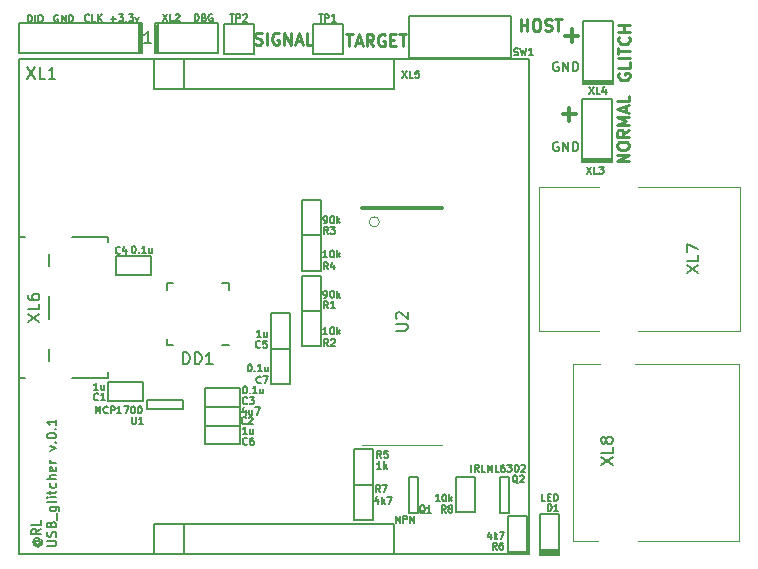
<source format=gbr>
G04 #@! TF.FileFunction,Legend,Top*
%FSLAX46Y46*%
G04 Gerber Fmt 4.6, Leading zero omitted, Abs format (unit mm)*
G04 Created by KiCad (PCBNEW 4.0.2-stable) date 29/05/2019 20:06:32*
%MOMM*%
G01*
G04 APERTURE LIST*
%ADD10C,0.100000*%
%ADD11C,0.200000*%
%ADD12C,0.300000*%
%ADD13C,0.250000*%
%ADD14C,0.150000*%
%ADD15C,0.127000*%
%ADD16C,0.120000*%
%ADD17C,0.149860*%
G04 APERTURE END LIST*
D10*
D11*
X187540477Y-63600000D02*
X187464286Y-63561905D01*
X187350001Y-63561905D01*
X187235715Y-63600000D01*
X187159524Y-63676190D01*
X187121429Y-63752381D01*
X187083334Y-63904762D01*
X187083334Y-64019048D01*
X187121429Y-64171429D01*
X187159524Y-64247619D01*
X187235715Y-64323810D01*
X187350001Y-64361905D01*
X187426191Y-64361905D01*
X187540477Y-64323810D01*
X187578572Y-64285714D01*
X187578572Y-64019048D01*
X187426191Y-64019048D01*
X187921429Y-64361905D02*
X187921429Y-63561905D01*
X188378572Y-64361905D01*
X188378572Y-63561905D01*
X188759524Y-64361905D02*
X188759524Y-63561905D01*
X188950000Y-63561905D01*
X189064286Y-63600000D01*
X189140477Y-63676190D01*
X189178572Y-63752381D01*
X189216667Y-63904762D01*
X189216667Y-64019048D01*
X189178572Y-64171429D01*
X189140477Y-64247619D01*
X189064286Y-64323810D01*
X188950000Y-64361905D01*
X188759524Y-64361905D01*
D12*
X187903572Y-61257143D02*
X189046429Y-61257143D01*
X188475000Y-61828571D02*
X188475000Y-60685714D01*
D11*
X187540477Y-56850000D02*
X187464286Y-56811905D01*
X187350001Y-56811905D01*
X187235715Y-56850000D01*
X187159524Y-56926190D01*
X187121429Y-57002381D01*
X187083334Y-57154762D01*
X187083334Y-57269048D01*
X187121429Y-57421429D01*
X187159524Y-57497619D01*
X187235715Y-57573810D01*
X187350001Y-57611905D01*
X187426191Y-57611905D01*
X187540477Y-57573810D01*
X187578572Y-57535714D01*
X187578572Y-57269048D01*
X187426191Y-57269048D01*
X187921429Y-57611905D02*
X187921429Y-56811905D01*
X188378572Y-57611905D01*
X188378572Y-56811905D01*
X188759524Y-57611905D02*
X188759524Y-56811905D01*
X188950000Y-56811905D01*
X189064286Y-56850000D01*
X189140477Y-56926190D01*
X189178572Y-57002381D01*
X189216667Y-57154762D01*
X189216667Y-57269048D01*
X189178572Y-57421429D01*
X189140477Y-57497619D01*
X189064286Y-57573810D01*
X188950000Y-57611905D01*
X188759524Y-57611905D01*
D12*
X188103572Y-54582143D02*
X189246429Y-54582143D01*
X188675000Y-55153571D02*
X188675000Y-54010714D01*
D11*
X143335952Y-97339286D02*
X143297857Y-97377381D01*
X143259762Y-97453571D01*
X143259762Y-97529762D01*
X143297857Y-97605952D01*
X143335952Y-97644048D01*
X143412143Y-97682143D01*
X143488333Y-97682143D01*
X143564524Y-97644048D01*
X143602619Y-97605952D01*
X143640714Y-97529762D01*
X143640714Y-97453571D01*
X143602619Y-97377381D01*
X143564524Y-97339286D01*
X143259762Y-97339286D02*
X143564524Y-97339286D01*
X143602619Y-97301190D01*
X143602619Y-97263095D01*
X143564524Y-97186905D01*
X143488333Y-97148810D01*
X143297857Y-97148810D01*
X143183571Y-97225000D01*
X143107381Y-97339286D01*
X143069286Y-97491667D01*
X143107381Y-97644048D01*
X143183571Y-97758333D01*
X143297857Y-97834524D01*
X143450238Y-97872619D01*
X143602619Y-97834524D01*
X143716905Y-97758333D01*
X143793095Y-97644048D01*
X143831190Y-97491667D01*
X143793095Y-97339286D01*
X143716905Y-97225000D01*
X143716905Y-96348810D02*
X143335952Y-96615477D01*
X143716905Y-96805953D02*
X142916905Y-96805953D01*
X142916905Y-96501191D01*
X142955000Y-96425000D01*
X142993095Y-96386905D01*
X143069286Y-96348810D01*
X143183571Y-96348810D01*
X143259762Y-96386905D01*
X143297857Y-96425000D01*
X143335952Y-96501191D01*
X143335952Y-96805953D01*
X143716905Y-95625000D02*
X143716905Y-96005953D01*
X142916905Y-96005953D01*
X144236905Y-97834524D02*
X144884524Y-97834524D01*
X144960714Y-97796429D01*
X144998810Y-97758333D01*
X145036905Y-97682143D01*
X145036905Y-97529762D01*
X144998810Y-97453571D01*
X144960714Y-97415476D01*
X144884524Y-97377381D01*
X144236905Y-97377381D01*
X144998810Y-97034524D02*
X145036905Y-96920238D01*
X145036905Y-96729762D01*
X144998810Y-96653572D01*
X144960714Y-96615476D01*
X144884524Y-96577381D01*
X144808333Y-96577381D01*
X144732143Y-96615476D01*
X144694048Y-96653572D01*
X144655952Y-96729762D01*
X144617857Y-96882143D01*
X144579762Y-96958334D01*
X144541667Y-96996429D01*
X144465476Y-97034524D01*
X144389286Y-97034524D01*
X144313095Y-96996429D01*
X144275000Y-96958334D01*
X144236905Y-96882143D01*
X144236905Y-96691667D01*
X144275000Y-96577381D01*
X144617857Y-95967857D02*
X144655952Y-95853571D01*
X144694048Y-95815476D01*
X144770238Y-95777381D01*
X144884524Y-95777381D01*
X144960714Y-95815476D01*
X144998810Y-95853571D01*
X145036905Y-95929762D01*
X145036905Y-96234524D01*
X144236905Y-96234524D01*
X144236905Y-95967857D01*
X144275000Y-95891667D01*
X144313095Y-95853571D01*
X144389286Y-95815476D01*
X144465476Y-95815476D01*
X144541667Y-95853571D01*
X144579762Y-95891667D01*
X144617857Y-95967857D01*
X144617857Y-96234524D01*
X145113095Y-95625000D02*
X145113095Y-95015476D01*
X144503571Y-94482143D02*
X145151190Y-94482143D01*
X145227381Y-94520238D01*
X145265476Y-94558333D01*
X145303571Y-94634524D01*
X145303571Y-94748809D01*
X145265476Y-94825000D01*
X144998810Y-94482143D02*
X145036905Y-94558333D01*
X145036905Y-94710714D01*
X144998810Y-94786905D01*
X144960714Y-94825000D01*
X144884524Y-94863095D01*
X144655952Y-94863095D01*
X144579762Y-94825000D01*
X144541667Y-94786905D01*
X144503571Y-94710714D01*
X144503571Y-94558333D01*
X144541667Y-94482143D01*
X145036905Y-93986904D02*
X144998810Y-94063095D01*
X144922619Y-94101190D01*
X144236905Y-94101190D01*
X145036905Y-93682142D02*
X144503571Y-93682142D01*
X144236905Y-93682142D02*
X144275000Y-93720237D01*
X144313095Y-93682142D01*
X144275000Y-93644047D01*
X144236905Y-93682142D01*
X144313095Y-93682142D01*
X144503571Y-93415476D02*
X144503571Y-93110714D01*
X144236905Y-93301190D02*
X144922619Y-93301190D01*
X144998810Y-93263095D01*
X145036905Y-93186904D01*
X145036905Y-93110714D01*
X144998810Y-92501190D02*
X145036905Y-92577380D01*
X145036905Y-92729761D01*
X144998810Y-92805952D01*
X144960714Y-92844047D01*
X144884524Y-92882142D01*
X144655952Y-92882142D01*
X144579762Y-92844047D01*
X144541667Y-92805952D01*
X144503571Y-92729761D01*
X144503571Y-92577380D01*
X144541667Y-92501190D01*
X145036905Y-92158333D02*
X144236905Y-92158333D01*
X145036905Y-91815476D02*
X144617857Y-91815476D01*
X144541667Y-91853571D01*
X144503571Y-91929761D01*
X144503571Y-92044047D01*
X144541667Y-92120238D01*
X144579762Y-92158333D01*
X144998810Y-91129761D02*
X145036905Y-91205951D01*
X145036905Y-91358332D01*
X144998810Y-91434523D01*
X144922619Y-91472618D01*
X144617857Y-91472618D01*
X144541667Y-91434523D01*
X144503571Y-91358332D01*
X144503571Y-91205951D01*
X144541667Y-91129761D01*
X144617857Y-91091666D01*
X144694048Y-91091666D01*
X144770238Y-91472618D01*
X145036905Y-90748809D02*
X144503571Y-90748809D01*
X144655952Y-90748809D02*
X144579762Y-90710714D01*
X144541667Y-90672618D01*
X144503571Y-90596428D01*
X144503571Y-90520237D01*
X144503571Y-89720237D02*
X145036905Y-89529761D01*
X144503571Y-89339285D01*
X144960714Y-89034523D02*
X144998810Y-88996428D01*
X145036905Y-89034523D01*
X144998810Y-89072618D01*
X144960714Y-89034523D01*
X145036905Y-89034523D01*
X144236905Y-88501190D02*
X144236905Y-88424999D01*
X144275000Y-88348809D01*
X144313095Y-88310714D01*
X144389286Y-88272618D01*
X144541667Y-88234523D01*
X144732143Y-88234523D01*
X144884524Y-88272618D01*
X144960714Y-88310714D01*
X144998810Y-88348809D01*
X145036905Y-88424999D01*
X145036905Y-88501190D01*
X144998810Y-88577380D01*
X144960714Y-88615476D01*
X144884524Y-88653571D01*
X144732143Y-88691666D01*
X144541667Y-88691666D01*
X144389286Y-88653571D01*
X144313095Y-88615476D01*
X144275000Y-88577380D01*
X144236905Y-88501190D01*
X144960714Y-87891666D02*
X144998810Y-87853571D01*
X145036905Y-87891666D01*
X144998810Y-87929761D01*
X144960714Y-87891666D01*
X145036905Y-87891666D01*
X145036905Y-87091666D02*
X145036905Y-87548809D01*
X145036905Y-87320238D02*
X144236905Y-87320238D01*
X144351190Y-87396428D01*
X144427381Y-87472619D01*
X144465476Y-87548809D01*
D13*
X193527381Y-65239286D02*
X192527381Y-65239286D01*
X193527381Y-64667857D01*
X192527381Y-64667857D01*
X192527381Y-64001191D02*
X192527381Y-63810714D01*
X192575000Y-63715476D01*
X192670238Y-63620238D01*
X192860714Y-63572619D01*
X193194048Y-63572619D01*
X193384524Y-63620238D01*
X193479762Y-63715476D01*
X193527381Y-63810714D01*
X193527381Y-64001191D01*
X193479762Y-64096429D01*
X193384524Y-64191667D01*
X193194048Y-64239286D01*
X192860714Y-64239286D01*
X192670238Y-64191667D01*
X192575000Y-64096429D01*
X192527381Y-64001191D01*
X193527381Y-62572619D02*
X193051190Y-62905953D01*
X193527381Y-63144048D02*
X192527381Y-63144048D01*
X192527381Y-62763095D01*
X192575000Y-62667857D01*
X192622619Y-62620238D01*
X192717857Y-62572619D01*
X192860714Y-62572619D01*
X192955952Y-62620238D01*
X193003571Y-62667857D01*
X193051190Y-62763095D01*
X193051190Y-63144048D01*
X193527381Y-62144048D02*
X192527381Y-62144048D01*
X193241667Y-61810714D01*
X192527381Y-61477381D01*
X193527381Y-61477381D01*
X193241667Y-61048810D02*
X193241667Y-60572619D01*
X193527381Y-61144048D02*
X192527381Y-60810715D01*
X193527381Y-60477381D01*
X193527381Y-59667857D02*
X193527381Y-60144048D01*
X192527381Y-60144048D01*
X192650000Y-57785714D02*
X192602381Y-57880952D01*
X192602381Y-58023809D01*
X192650000Y-58166667D01*
X192745238Y-58261905D01*
X192840476Y-58309524D01*
X193030952Y-58357143D01*
X193173810Y-58357143D01*
X193364286Y-58309524D01*
X193459524Y-58261905D01*
X193554762Y-58166667D01*
X193602381Y-58023809D01*
X193602381Y-57928571D01*
X193554762Y-57785714D01*
X193507143Y-57738095D01*
X193173810Y-57738095D01*
X193173810Y-57928571D01*
X193602381Y-56833333D02*
X193602381Y-57309524D01*
X192602381Y-57309524D01*
X193602381Y-56500000D02*
X192602381Y-56500000D01*
X192602381Y-56166667D02*
X192602381Y-55595238D01*
X193602381Y-55880953D02*
X192602381Y-55880953D01*
X193507143Y-54690476D02*
X193554762Y-54738095D01*
X193602381Y-54880952D01*
X193602381Y-54976190D01*
X193554762Y-55119048D01*
X193459524Y-55214286D01*
X193364286Y-55261905D01*
X193173810Y-55309524D01*
X193030952Y-55309524D01*
X192840476Y-55261905D01*
X192745238Y-55214286D01*
X192650000Y-55119048D01*
X192602381Y-54976190D01*
X192602381Y-54880952D01*
X192650000Y-54738095D01*
X192697619Y-54690476D01*
X193602381Y-54261905D02*
X192602381Y-54261905D01*
X193078571Y-54261905D02*
X193078571Y-53690476D01*
X193602381Y-53690476D02*
X192602381Y-53690476D01*
D14*
X142635715Y-53446429D02*
X142635715Y-52846429D01*
X142778572Y-52846429D01*
X142864287Y-52875000D01*
X142921429Y-52932143D01*
X142950001Y-52989286D01*
X142978572Y-53103571D01*
X142978572Y-53189286D01*
X142950001Y-53303571D01*
X142921429Y-53360714D01*
X142864287Y-53417857D01*
X142778572Y-53446429D01*
X142635715Y-53446429D01*
X143235715Y-53446429D02*
X143235715Y-52846429D01*
X143635715Y-52846429D02*
X143750001Y-52846429D01*
X143807143Y-52875000D01*
X143864286Y-52932143D01*
X143892858Y-53046429D01*
X143892858Y-53246429D01*
X143864286Y-53360714D01*
X143807143Y-53417857D01*
X143750001Y-53446429D01*
X143635715Y-53446429D01*
X143578572Y-53417857D01*
X143521429Y-53360714D01*
X143492858Y-53246429D01*
X143492858Y-53046429D01*
X143521429Y-52932143D01*
X143578572Y-52875000D01*
X143635715Y-52846429D01*
X145192858Y-52875000D02*
X145135715Y-52846429D01*
X145050001Y-52846429D01*
X144964286Y-52875000D01*
X144907144Y-52932143D01*
X144878572Y-52989286D01*
X144850001Y-53103571D01*
X144850001Y-53189286D01*
X144878572Y-53303571D01*
X144907144Y-53360714D01*
X144964286Y-53417857D01*
X145050001Y-53446429D01*
X145107144Y-53446429D01*
X145192858Y-53417857D01*
X145221429Y-53389286D01*
X145221429Y-53189286D01*
X145107144Y-53189286D01*
X145478572Y-53446429D02*
X145478572Y-52846429D01*
X145821429Y-53446429D01*
X145821429Y-52846429D01*
X146107143Y-53446429D02*
X146107143Y-52846429D01*
X146250000Y-52846429D01*
X146335715Y-52875000D01*
X146392857Y-52932143D01*
X146421429Y-52989286D01*
X146450000Y-53103571D01*
X146450000Y-53189286D01*
X146421429Y-53303571D01*
X146392857Y-53360714D01*
X146335715Y-53417857D01*
X146250000Y-53446429D01*
X146107143Y-53446429D01*
X147842857Y-53339286D02*
X147814286Y-53367857D01*
X147728572Y-53396429D01*
X147671429Y-53396429D01*
X147585714Y-53367857D01*
X147528572Y-53310714D01*
X147500000Y-53253571D01*
X147471429Y-53139286D01*
X147471429Y-53053571D01*
X147500000Y-52939286D01*
X147528572Y-52882143D01*
X147585714Y-52825000D01*
X147671429Y-52796429D01*
X147728572Y-52796429D01*
X147814286Y-52825000D01*
X147842857Y-52853571D01*
X148385714Y-53396429D02*
X148100000Y-53396429D01*
X148100000Y-52796429D01*
X148585714Y-53396429D02*
X148585714Y-52796429D01*
X148928571Y-53396429D02*
X148671428Y-53053571D01*
X148928571Y-52796429D02*
X148585714Y-53139286D01*
D13*
X184358333Y-54177381D02*
X184358333Y-53177381D01*
X184358333Y-53653571D02*
X184929762Y-53653571D01*
X184929762Y-54177381D02*
X184929762Y-53177381D01*
X185596428Y-53177381D02*
X185786905Y-53177381D01*
X185882143Y-53225000D01*
X185977381Y-53320238D01*
X186025000Y-53510714D01*
X186025000Y-53844048D01*
X185977381Y-54034524D01*
X185882143Y-54129762D01*
X185786905Y-54177381D01*
X185596428Y-54177381D01*
X185501190Y-54129762D01*
X185405952Y-54034524D01*
X185358333Y-53844048D01*
X185358333Y-53510714D01*
X185405952Y-53320238D01*
X185501190Y-53225000D01*
X185596428Y-53177381D01*
X186405952Y-54129762D02*
X186548809Y-54177381D01*
X186786905Y-54177381D01*
X186882143Y-54129762D01*
X186929762Y-54082143D01*
X186977381Y-53986905D01*
X186977381Y-53891667D01*
X186929762Y-53796429D01*
X186882143Y-53748810D01*
X186786905Y-53701190D01*
X186596428Y-53653571D01*
X186501190Y-53605952D01*
X186453571Y-53558333D01*
X186405952Y-53463095D01*
X186405952Y-53367857D01*
X186453571Y-53272619D01*
X186501190Y-53225000D01*
X186596428Y-53177381D01*
X186834524Y-53177381D01*
X186977381Y-53225000D01*
X187263095Y-53177381D02*
X187834524Y-53177381D01*
X187548809Y-54177381D02*
X187548809Y-53177381D01*
D14*
X156742857Y-53371429D02*
X156742857Y-52771429D01*
X156885714Y-52771429D01*
X156971429Y-52800000D01*
X157028571Y-52857143D01*
X157057143Y-52914286D01*
X157085714Y-53028571D01*
X157085714Y-53114286D01*
X157057143Y-53228571D01*
X157028571Y-53285714D01*
X156971429Y-53342857D01*
X156885714Y-53371429D01*
X156742857Y-53371429D01*
X157542857Y-53057143D02*
X157628571Y-53085714D01*
X157657143Y-53114286D01*
X157685714Y-53171429D01*
X157685714Y-53257143D01*
X157657143Y-53314286D01*
X157628571Y-53342857D01*
X157571429Y-53371429D01*
X157342857Y-53371429D01*
X157342857Y-52771429D01*
X157542857Y-52771429D01*
X157600000Y-52800000D01*
X157628571Y-52828571D01*
X157657143Y-52885714D01*
X157657143Y-52942857D01*
X157628571Y-53000000D01*
X157600000Y-53028571D01*
X157542857Y-53057143D01*
X157342857Y-53057143D01*
X158257143Y-52800000D02*
X158200000Y-52771429D01*
X158114286Y-52771429D01*
X158028571Y-52800000D01*
X157971429Y-52857143D01*
X157942857Y-52914286D01*
X157914286Y-53028571D01*
X157914286Y-53114286D01*
X157942857Y-53228571D01*
X157971429Y-53285714D01*
X158028571Y-53342857D01*
X158114286Y-53371429D01*
X158171429Y-53371429D01*
X158257143Y-53342857D01*
X158285714Y-53314286D01*
X158285714Y-53114286D01*
X158171429Y-53114286D01*
X149628571Y-53142857D02*
X150085714Y-53142857D01*
X149857143Y-53371429D02*
X149857143Y-52914286D01*
X150314285Y-52771429D02*
X150685714Y-52771429D01*
X150485714Y-53000000D01*
X150571428Y-53000000D01*
X150628571Y-53028571D01*
X150657142Y-53057143D01*
X150685714Y-53114286D01*
X150685714Y-53257143D01*
X150657142Y-53314286D01*
X150628571Y-53342857D01*
X150571428Y-53371429D01*
X150400000Y-53371429D01*
X150342857Y-53342857D01*
X150314285Y-53314286D01*
X150942857Y-53314286D02*
X150971429Y-53342857D01*
X150942857Y-53371429D01*
X150914286Y-53342857D01*
X150942857Y-53314286D01*
X150942857Y-53371429D01*
X151171428Y-52771429D02*
X151542857Y-52771429D01*
X151342857Y-53000000D01*
X151428571Y-53000000D01*
X151485714Y-53028571D01*
X151514285Y-53057143D01*
X151542857Y-53114286D01*
X151542857Y-53257143D01*
X151514285Y-53314286D01*
X151485714Y-53342857D01*
X151428571Y-53371429D01*
X151257143Y-53371429D01*
X151200000Y-53342857D01*
X151171428Y-53314286D01*
X151742857Y-52971429D02*
X151885714Y-53371429D01*
X152028572Y-52971429D01*
D13*
X169552381Y-54477381D02*
X170123810Y-54477381D01*
X169838095Y-55477381D02*
X169838095Y-54477381D01*
X170409524Y-55191667D02*
X170885715Y-55191667D01*
X170314286Y-55477381D02*
X170647619Y-54477381D01*
X170980953Y-55477381D01*
X171885715Y-55477381D02*
X171552381Y-55001190D01*
X171314286Y-55477381D02*
X171314286Y-54477381D01*
X171695239Y-54477381D01*
X171790477Y-54525000D01*
X171838096Y-54572619D01*
X171885715Y-54667857D01*
X171885715Y-54810714D01*
X171838096Y-54905952D01*
X171790477Y-54953571D01*
X171695239Y-55001190D01*
X171314286Y-55001190D01*
X172838096Y-54525000D02*
X172742858Y-54477381D01*
X172600001Y-54477381D01*
X172457143Y-54525000D01*
X172361905Y-54620238D01*
X172314286Y-54715476D01*
X172266667Y-54905952D01*
X172266667Y-55048810D01*
X172314286Y-55239286D01*
X172361905Y-55334524D01*
X172457143Y-55429762D01*
X172600001Y-55477381D01*
X172695239Y-55477381D01*
X172838096Y-55429762D01*
X172885715Y-55382143D01*
X172885715Y-55048810D01*
X172695239Y-55048810D01*
X173314286Y-54953571D02*
X173647620Y-54953571D01*
X173790477Y-55477381D02*
X173314286Y-55477381D01*
X173314286Y-54477381D01*
X173790477Y-54477381D01*
X174076191Y-54477381D02*
X174647620Y-54477381D01*
X174361905Y-55477381D02*
X174361905Y-54477381D01*
X161869048Y-55304762D02*
X162011905Y-55352381D01*
X162250001Y-55352381D01*
X162345239Y-55304762D01*
X162392858Y-55257143D01*
X162440477Y-55161905D01*
X162440477Y-55066667D01*
X162392858Y-54971429D01*
X162345239Y-54923810D01*
X162250001Y-54876190D01*
X162059524Y-54828571D01*
X161964286Y-54780952D01*
X161916667Y-54733333D01*
X161869048Y-54638095D01*
X161869048Y-54542857D01*
X161916667Y-54447619D01*
X161964286Y-54400000D01*
X162059524Y-54352381D01*
X162297620Y-54352381D01*
X162440477Y-54400000D01*
X162869048Y-55352381D02*
X162869048Y-54352381D01*
X163869048Y-54400000D02*
X163773810Y-54352381D01*
X163630953Y-54352381D01*
X163488095Y-54400000D01*
X163392857Y-54495238D01*
X163345238Y-54590476D01*
X163297619Y-54780952D01*
X163297619Y-54923810D01*
X163345238Y-55114286D01*
X163392857Y-55209524D01*
X163488095Y-55304762D01*
X163630953Y-55352381D01*
X163726191Y-55352381D01*
X163869048Y-55304762D01*
X163916667Y-55257143D01*
X163916667Y-54923810D01*
X163726191Y-54923810D01*
X164345238Y-55352381D02*
X164345238Y-54352381D01*
X164916667Y-55352381D01*
X164916667Y-54352381D01*
X165345238Y-55066667D02*
X165821429Y-55066667D01*
X165250000Y-55352381D02*
X165583333Y-54352381D01*
X165916667Y-55352381D01*
X166726191Y-55352381D02*
X166250000Y-55352381D01*
X166250000Y-54352381D01*
D14*
X152400000Y-84700000D02*
X152400000Y-85500000D01*
X152400000Y-85500000D02*
X149400000Y-85500000D01*
X149400000Y-85500000D02*
X149400000Y-83900000D01*
X149400000Y-83900000D02*
X152400000Y-83900000D01*
X152400000Y-83900000D02*
X152400000Y-84700000D01*
X157600000Y-86800000D02*
X157600000Y-86000000D01*
X157600000Y-86000000D02*
X160600000Y-86000000D01*
X160600000Y-86000000D02*
X160600000Y-87600000D01*
X160600000Y-87600000D02*
X157600000Y-87600000D01*
X157600000Y-87600000D02*
X157600000Y-86800000D01*
X157600000Y-85200000D02*
X157600000Y-84400000D01*
X157600000Y-84400000D02*
X160600000Y-84400000D01*
X160600000Y-84400000D02*
X160600000Y-86000000D01*
X160600000Y-86000000D02*
X157600000Y-86000000D01*
X157600000Y-86000000D02*
X157600000Y-85200000D01*
X153050000Y-74050000D02*
X153050000Y-74850000D01*
X153050000Y-74850000D02*
X150050000Y-74850000D01*
X150050000Y-74850000D02*
X150050000Y-73250000D01*
X150050000Y-73250000D02*
X153050000Y-73250000D01*
X153050000Y-73250000D02*
X153050000Y-74050000D01*
X164000000Y-81100000D02*
X163200000Y-81100000D01*
X163200000Y-81100000D02*
X163200000Y-78100000D01*
X163200000Y-78100000D02*
X164800000Y-78100000D01*
X164800000Y-78100000D02*
X164800000Y-81100000D01*
X164800000Y-81100000D02*
X164000000Y-81100000D01*
X157600000Y-88400000D02*
X157600000Y-87600000D01*
X157600000Y-87600000D02*
X160600000Y-87600000D01*
X160600000Y-87600000D02*
X160600000Y-89200000D01*
X160600000Y-89200000D02*
X157600000Y-89200000D01*
X157600000Y-89200000D02*
X157600000Y-88400000D01*
X164000000Y-81100000D02*
X164800000Y-81100000D01*
X164800000Y-81100000D02*
X164800000Y-84100000D01*
X164800000Y-84100000D02*
X163200000Y-84100000D01*
X163200000Y-84100000D02*
X163200000Y-81100000D01*
X163200000Y-81100000D02*
X164000000Y-81100000D01*
X187600000Y-98325000D02*
X187600000Y-98525000D01*
X187600000Y-98525000D02*
X186000000Y-98525000D01*
X186000000Y-98525000D02*
X186000000Y-98325000D01*
X187600000Y-98125000D02*
X187600000Y-98275000D01*
X187600000Y-98275000D02*
X186000000Y-98275000D01*
X186000000Y-98275000D02*
X186000000Y-98125000D01*
X186000000Y-98125000D02*
X186000000Y-98375000D01*
X186000000Y-98375000D02*
X187600000Y-98375000D01*
X187600000Y-98375000D02*
X187600000Y-98275000D01*
X186800000Y-95125000D02*
X187600000Y-95125000D01*
X187600000Y-95125000D02*
X187600000Y-98125000D01*
X187600000Y-98125000D02*
X186000000Y-98125000D01*
X186000000Y-98125000D02*
X186000000Y-95125000D01*
X186000000Y-95125000D02*
X186900000Y-95125000D01*
X154375000Y-80825000D02*
X154375000Y-80300000D01*
X159625000Y-75575000D02*
X159625000Y-76100000D01*
X154375000Y-75575000D02*
X154375000Y-76100000D01*
X159625000Y-80825000D02*
X159100000Y-80825000D01*
X159625000Y-75575000D02*
X159100000Y-75575000D01*
X154375000Y-75575000D02*
X154900000Y-75575000D01*
X154375000Y-80825000D02*
X154900000Y-80825000D01*
D15*
X174869000Y-94974000D02*
X174869000Y-91926000D01*
X174869000Y-91926000D02*
X175631000Y-91926000D01*
X175631000Y-91926000D02*
X175631000Y-94974000D01*
X175631000Y-94974000D02*
X174869000Y-94974000D01*
X182619000Y-95024000D02*
X182619000Y-91976000D01*
X182619000Y-91976000D02*
X183381000Y-91976000D01*
X183381000Y-91976000D02*
X183381000Y-95024000D01*
X183381000Y-95024000D02*
X182619000Y-95024000D01*
D14*
X166650000Y-74900000D02*
X167450000Y-74900000D01*
X167450000Y-74900000D02*
X167450000Y-77900000D01*
X167450000Y-77900000D02*
X165850000Y-77900000D01*
X165850000Y-77900000D02*
X165850000Y-74900000D01*
X165850000Y-74900000D02*
X166650000Y-74900000D01*
X166650000Y-77900000D02*
X167450000Y-77900000D01*
X167450000Y-77900000D02*
X167450000Y-80900000D01*
X167450000Y-80900000D02*
X165850000Y-80900000D01*
X165850000Y-80900000D02*
X165850000Y-77900000D01*
X165850000Y-77900000D02*
X166650000Y-77900000D01*
X166650000Y-68500000D02*
X167450000Y-68500000D01*
X167450000Y-68500000D02*
X167450000Y-71500000D01*
X167450000Y-71500000D02*
X165850000Y-71500000D01*
X165850000Y-71500000D02*
X165850000Y-68500000D01*
X165850000Y-68500000D02*
X166650000Y-68500000D01*
X166650000Y-71500000D02*
X167450000Y-71500000D01*
X167450000Y-71500000D02*
X167450000Y-74500000D01*
X167450000Y-74500000D02*
X165850000Y-74500000D01*
X165850000Y-74500000D02*
X165850000Y-71500000D01*
X165850000Y-71500000D02*
X166650000Y-71500000D01*
X171025000Y-92600000D02*
X170225000Y-92600000D01*
X170225000Y-92600000D02*
X170225000Y-89600000D01*
X170225000Y-89600000D02*
X171825000Y-89600000D01*
X171825000Y-89600000D02*
X171825000Y-92600000D01*
X171825000Y-92600000D02*
X171025000Y-92600000D01*
X184075000Y-95300000D02*
X184875000Y-95300000D01*
X184875000Y-95300000D02*
X184875000Y-98300000D01*
X184875000Y-98300000D02*
X183275000Y-98300000D01*
X183275000Y-98300000D02*
X183275000Y-95300000D01*
X183275000Y-95300000D02*
X184075000Y-95300000D01*
X171025000Y-95600000D02*
X170225000Y-95600000D01*
X170225000Y-95600000D02*
X170225000Y-92600000D01*
X170225000Y-92600000D02*
X171825000Y-92600000D01*
X171825000Y-92600000D02*
X171825000Y-95600000D01*
X171825000Y-95600000D02*
X171025000Y-95600000D01*
X179650000Y-91950000D02*
X180450000Y-91950000D01*
X180450000Y-91950000D02*
X180450000Y-94950000D01*
X180450000Y-94950000D02*
X178850000Y-94950000D01*
X178850000Y-94950000D02*
X178850000Y-91950000D01*
X178850000Y-91950000D02*
X179650000Y-91950000D01*
X183525000Y-52900000D02*
X183525000Y-56500000D01*
X183525000Y-56500000D02*
X174925000Y-56500000D01*
X174925000Y-56500000D02*
X174925000Y-52900000D01*
X174925000Y-52900000D02*
X183525000Y-52900000D01*
D15*
X155724000Y-86181000D02*
X152676000Y-86181000D01*
X152676000Y-86181000D02*
X152676000Y-85419000D01*
X152676000Y-85419000D02*
X155724000Y-85419000D01*
X155724000Y-85419000D02*
X155724000Y-86181000D01*
D14*
X185055001Y-56595000D02*
X185055001Y-98505000D01*
X141875001Y-56595000D02*
X141875001Y-98505000D01*
X155845001Y-95965000D02*
X155845001Y-98505000D01*
X153305001Y-98505000D02*
X153305001Y-95965000D01*
X153305001Y-95965000D02*
X173625001Y-95965000D01*
X173625001Y-95965000D02*
X173625001Y-98505000D01*
X155845001Y-56595000D02*
X155845001Y-59135000D01*
X163465001Y-98505000D02*
X141875001Y-98505000D01*
X141875001Y-56595000D02*
X153305001Y-56595000D01*
X163465001Y-98505000D02*
X185055001Y-98505000D01*
X185055001Y-56595000D02*
X173625001Y-56595000D01*
X153305001Y-56595000D02*
X153305001Y-59135000D01*
X153305001Y-59135000D02*
X173625001Y-59135000D01*
X173625001Y-59135000D02*
X173625001Y-56595000D01*
X173625001Y-56595000D02*
X153305001Y-56595000D01*
X152045000Y-53505000D02*
X152299000Y-53505000D01*
X152299000Y-53505000D02*
X152299000Y-56045000D01*
X152299000Y-56045000D02*
X152045000Y-56045000D01*
X152045000Y-56045000D02*
X152172000Y-56045000D01*
X152172000Y-56045000D02*
X152172000Y-53505000D01*
X152045000Y-56045000D02*
X141885000Y-56045000D01*
X141885000Y-56045000D02*
X141885000Y-53505000D01*
X141885000Y-53505000D02*
X152045000Y-53505000D01*
X152045000Y-53505000D02*
X152045000Y-56045000D01*
X146400000Y-71600000D02*
X149400000Y-71600000D01*
X146400000Y-83600000D02*
X149400000Y-83600000D01*
X149400000Y-72100000D02*
X149400000Y-71600000D01*
X149400000Y-83600000D02*
X149400000Y-83100000D01*
X144400000Y-74100000D02*
X144400000Y-73100000D01*
X144400000Y-78600000D02*
X144400000Y-76600000D01*
X144400000Y-82100000D02*
X144400000Y-81100000D01*
X141900000Y-71600000D02*
X142400000Y-71600000D01*
X141900000Y-83600000D02*
X142400000Y-83600000D01*
X141900000Y-83600000D02*
X141900000Y-71600000D01*
D16*
X194250000Y-79570000D02*
X202890000Y-79570000D01*
X185870000Y-79570000D02*
X190950000Y-79570000D01*
X194250000Y-67370000D02*
X202890000Y-67370000D01*
X185870000Y-67370000D02*
X190950000Y-67370000D01*
X202890000Y-67370000D02*
X202890000Y-79570000D01*
X185870000Y-79570000D02*
X185870000Y-67370000D01*
X188760000Y-82350000D02*
X191090000Y-82350000D01*
X188760000Y-97340000D02*
X190880000Y-97340000D01*
X188760000Y-82350000D02*
X188760000Y-97340000D01*
X202850000Y-82350000D02*
X202850000Y-97340000D01*
X194050000Y-82350000D02*
X202850000Y-82350000D01*
X194250000Y-97340000D02*
X202850000Y-97340000D01*
D14*
X158710000Y-56070000D02*
X153630000Y-56070000D01*
X158710000Y-53530000D02*
X153630000Y-53530000D01*
X153503000Y-56070000D02*
X153630000Y-56070000D01*
X153630000Y-53530000D02*
X153376000Y-53530000D01*
X153376000Y-53530000D02*
X153376000Y-56070000D01*
X153376000Y-56070000D02*
X153503000Y-56070000D01*
X153503000Y-56070000D02*
X153503000Y-53657000D01*
X158710000Y-53530000D02*
X158710000Y-56070000D01*
X153630000Y-56070000D02*
X153630000Y-53530000D01*
X192070000Y-59965000D02*
X192070000Y-65045000D01*
X189530000Y-59965000D02*
X189530000Y-65045000D01*
X192070000Y-65172000D02*
X192070000Y-65045000D01*
X189530000Y-65045000D02*
X189530000Y-65299000D01*
X189530000Y-65299000D02*
X192070000Y-65299000D01*
X192070000Y-65299000D02*
X192070000Y-65172000D01*
X192070000Y-65172000D02*
X189657000Y-65172000D01*
X189530000Y-59965000D02*
X192070000Y-59965000D01*
X192070000Y-65045000D02*
X189530000Y-65045000D01*
X192145000Y-53315000D02*
X192145000Y-58395000D01*
X189605000Y-53315000D02*
X189605000Y-58395000D01*
X192145000Y-58522000D02*
X192145000Y-58395000D01*
X189605000Y-58395000D02*
X189605000Y-58649000D01*
X189605000Y-58649000D02*
X192145000Y-58649000D01*
X192145000Y-58649000D02*
X192145000Y-58522000D01*
X192145000Y-58522000D02*
X189732000Y-58522000D01*
X189605000Y-53315000D02*
X192145000Y-53315000D01*
X192145000Y-58395000D02*
X189605000Y-58395000D01*
D10*
X172394252Y-70360800D02*
G75*
G03X172394252Y-70360800I-431052J0D01*
G01*
X170896400Y-89207600D02*
X177703600Y-89207600D01*
D12*
X170921800Y-69192400D02*
X177703600Y-69192400D01*
D14*
X169270000Y-56170000D02*
X166730000Y-56170000D01*
X166730000Y-53630000D02*
X169270000Y-53630000D01*
X169270000Y-53630000D02*
X169270000Y-56170000D01*
X166730000Y-56170000D02*
X166730000Y-53630000D01*
X161770000Y-56170000D02*
X159230000Y-56170000D01*
X159230000Y-53630000D02*
X161770000Y-53630000D01*
X161770000Y-53630000D02*
X161770000Y-56170000D01*
X159230000Y-56170000D02*
X159230000Y-53630000D01*
X148600000Y-85414286D02*
X148571429Y-85442857D01*
X148485715Y-85471429D01*
X148428572Y-85471429D01*
X148342857Y-85442857D01*
X148285715Y-85385714D01*
X148257143Y-85328571D01*
X148228572Y-85214286D01*
X148228572Y-85128571D01*
X148257143Y-85014286D01*
X148285715Y-84957143D01*
X148342857Y-84900000D01*
X148428572Y-84871429D01*
X148485715Y-84871429D01*
X148571429Y-84900000D01*
X148600000Y-84928571D01*
X149171429Y-85471429D02*
X148828572Y-85471429D01*
X149000000Y-85471429D02*
X149000000Y-84871429D01*
X148942857Y-84957143D01*
X148885715Y-85014286D01*
X148828572Y-85042857D01*
X148600000Y-84571429D02*
X148257143Y-84571429D01*
X148428571Y-84571429D02*
X148428571Y-83971429D01*
X148371428Y-84057143D01*
X148314286Y-84114286D01*
X148257143Y-84142857D01*
X149114286Y-84171429D02*
X149114286Y-84571429D01*
X148857143Y-84171429D02*
X148857143Y-84485714D01*
X148885715Y-84542857D01*
X148942857Y-84571429D01*
X149028572Y-84571429D01*
X149085715Y-84542857D01*
X149114286Y-84514286D01*
X161100000Y-87414286D02*
X161071429Y-87442857D01*
X160985715Y-87471429D01*
X160928572Y-87471429D01*
X160842857Y-87442857D01*
X160785715Y-87385714D01*
X160757143Y-87328571D01*
X160728572Y-87214286D01*
X160728572Y-87128571D01*
X160757143Y-87014286D01*
X160785715Y-86957143D01*
X160842857Y-86900000D01*
X160928572Y-86871429D01*
X160985715Y-86871429D01*
X161071429Y-86900000D01*
X161100000Y-86928571D01*
X161328572Y-86928571D02*
X161357143Y-86900000D01*
X161414286Y-86871429D01*
X161557143Y-86871429D01*
X161614286Y-86900000D01*
X161642857Y-86928571D01*
X161671429Y-86985714D01*
X161671429Y-87042857D01*
X161642857Y-87128571D01*
X161300000Y-87471429D01*
X161671429Y-87471429D01*
X161057143Y-86271429D02*
X161057143Y-86671429D01*
X160914286Y-86042857D02*
X160771429Y-86471429D01*
X161142857Y-86471429D01*
X161628572Y-86271429D02*
X161628572Y-86671429D01*
X161371429Y-86271429D02*
X161371429Y-86585714D01*
X161400001Y-86642857D01*
X161457143Y-86671429D01*
X161542858Y-86671429D01*
X161600001Y-86642857D01*
X161628572Y-86614286D01*
X161857143Y-86071429D02*
X162257143Y-86071429D01*
X162000000Y-86671429D01*
X161200000Y-85714286D02*
X161171429Y-85742857D01*
X161085715Y-85771429D01*
X161028572Y-85771429D01*
X160942857Y-85742857D01*
X160885715Y-85685714D01*
X160857143Y-85628571D01*
X160828572Y-85514286D01*
X160828572Y-85428571D01*
X160857143Y-85314286D01*
X160885715Y-85257143D01*
X160942857Y-85200000D01*
X161028572Y-85171429D01*
X161085715Y-85171429D01*
X161171429Y-85200000D01*
X161200000Y-85228571D01*
X161400000Y-85171429D02*
X161771429Y-85171429D01*
X161571429Y-85400000D01*
X161657143Y-85400000D01*
X161714286Y-85428571D01*
X161742857Y-85457143D01*
X161771429Y-85514286D01*
X161771429Y-85657143D01*
X161742857Y-85714286D01*
X161714286Y-85742857D01*
X161657143Y-85771429D01*
X161485715Y-85771429D01*
X161428572Y-85742857D01*
X161400000Y-85714286D01*
X160971429Y-84271429D02*
X161028572Y-84271429D01*
X161085715Y-84300000D01*
X161114286Y-84328571D01*
X161142857Y-84385714D01*
X161171429Y-84500000D01*
X161171429Y-84642857D01*
X161142857Y-84757143D01*
X161114286Y-84814286D01*
X161085715Y-84842857D01*
X161028572Y-84871429D01*
X160971429Y-84871429D01*
X160914286Y-84842857D01*
X160885715Y-84814286D01*
X160857143Y-84757143D01*
X160828572Y-84642857D01*
X160828572Y-84500000D01*
X160857143Y-84385714D01*
X160885715Y-84328571D01*
X160914286Y-84300000D01*
X160971429Y-84271429D01*
X161428572Y-84814286D02*
X161457144Y-84842857D01*
X161428572Y-84871429D01*
X161400001Y-84842857D01*
X161428572Y-84814286D01*
X161428572Y-84871429D01*
X162028572Y-84871429D02*
X161685715Y-84871429D01*
X161857143Y-84871429D02*
X161857143Y-84271429D01*
X161800000Y-84357143D01*
X161742858Y-84414286D01*
X161685715Y-84442857D01*
X162542858Y-84471429D02*
X162542858Y-84871429D01*
X162285715Y-84471429D02*
X162285715Y-84785714D01*
X162314287Y-84842857D01*
X162371429Y-84871429D01*
X162457144Y-84871429D01*
X162514287Y-84842857D01*
X162542858Y-84814286D01*
X150425000Y-72989286D02*
X150396429Y-73017857D01*
X150310715Y-73046429D01*
X150253572Y-73046429D01*
X150167857Y-73017857D01*
X150110715Y-72960714D01*
X150082143Y-72903571D01*
X150053572Y-72789286D01*
X150053572Y-72703571D01*
X150082143Y-72589286D01*
X150110715Y-72532143D01*
X150167857Y-72475000D01*
X150253572Y-72446429D01*
X150310715Y-72446429D01*
X150396429Y-72475000D01*
X150425000Y-72503571D01*
X150939286Y-72646429D02*
X150939286Y-73046429D01*
X150796429Y-72417857D02*
X150653572Y-72846429D01*
X151025000Y-72846429D01*
X151571429Y-72396429D02*
X151628572Y-72396429D01*
X151685715Y-72425000D01*
X151714286Y-72453571D01*
X151742857Y-72510714D01*
X151771429Y-72625000D01*
X151771429Y-72767857D01*
X151742857Y-72882143D01*
X151714286Y-72939286D01*
X151685715Y-72967857D01*
X151628572Y-72996429D01*
X151571429Y-72996429D01*
X151514286Y-72967857D01*
X151485715Y-72939286D01*
X151457143Y-72882143D01*
X151428572Y-72767857D01*
X151428572Y-72625000D01*
X151457143Y-72510714D01*
X151485715Y-72453571D01*
X151514286Y-72425000D01*
X151571429Y-72396429D01*
X152028572Y-72939286D02*
X152057144Y-72967857D01*
X152028572Y-72996429D01*
X152000001Y-72967857D01*
X152028572Y-72939286D01*
X152028572Y-72996429D01*
X152628572Y-72996429D02*
X152285715Y-72996429D01*
X152457143Y-72996429D02*
X152457143Y-72396429D01*
X152400000Y-72482143D01*
X152342858Y-72539286D01*
X152285715Y-72567857D01*
X153142858Y-72596429D02*
X153142858Y-72996429D01*
X152885715Y-72596429D02*
X152885715Y-72910714D01*
X152914287Y-72967857D01*
X152971429Y-72996429D01*
X153057144Y-72996429D01*
X153114287Y-72967857D01*
X153142858Y-72939286D01*
X162300000Y-80964286D02*
X162271429Y-80992857D01*
X162185715Y-81021429D01*
X162128572Y-81021429D01*
X162042857Y-80992857D01*
X161985715Y-80935714D01*
X161957143Y-80878571D01*
X161928572Y-80764286D01*
X161928572Y-80678571D01*
X161957143Y-80564286D01*
X161985715Y-80507143D01*
X162042857Y-80450000D01*
X162128572Y-80421429D01*
X162185715Y-80421429D01*
X162271429Y-80450000D01*
X162300000Y-80478571D01*
X162842857Y-80421429D02*
X162557143Y-80421429D01*
X162528572Y-80707143D01*
X162557143Y-80678571D01*
X162614286Y-80650000D01*
X162757143Y-80650000D01*
X162814286Y-80678571D01*
X162842857Y-80707143D01*
X162871429Y-80764286D01*
X162871429Y-80907143D01*
X162842857Y-80964286D01*
X162814286Y-80992857D01*
X162757143Y-81021429D01*
X162614286Y-81021429D01*
X162557143Y-80992857D01*
X162528572Y-80964286D01*
X162350000Y-80121429D02*
X162007143Y-80121429D01*
X162178571Y-80121429D02*
X162178571Y-79521429D01*
X162121428Y-79607143D01*
X162064286Y-79664286D01*
X162007143Y-79692857D01*
X162864286Y-79721429D02*
X162864286Y-80121429D01*
X162607143Y-79721429D02*
X162607143Y-80035714D01*
X162635715Y-80092857D01*
X162692857Y-80121429D01*
X162778572Y-80121429D01*
X162835715Y-80092857D01*
X162864286Y-80064286D01*
X161200000Y-89164286D02*
X161171429Y-89192857D01*
X161085715Y-89221429D01*
X161028572Y-89221429D01*
X160942857Y-89192857D01*
X160885715Y-89135714D01*
X160857143Y-89078571D01*
X160828572Y-88964286D01*
X160828572Y-88878571D01*
X160857143Y-88764286D01*
X160885715Y-88707143D01*
X160942857Y-88650000D01*
X161028572Y-88621429D01*
X161085715Y-88621429D01*
X161171429Y-88650000D01*
X161200000Y-88678571D01*
X161714286Y-88621429D02*
X161600000Y-88621429D01*
X161542857Y-88650000D01*
X161514286Y-88678571D01*
X161457143Y-88764286D01*
X161428572Y-88878571D01*
X161428572Y-89107143D01*
X161457143Y-89164286D01*
X161485715Y-89192857D01*
X161542857Y-89221429D01*
X161657143Y-89221429D01*
X161714286Y-89192857D01*
X161742857Y-89164286D01*
X161771429Y-89107143D01*
X161771429Y-88964286D01*
X161742857Y-88907143D01*
X161714286Y-88878571D01*
X161657143Y-88850000D01*
X161542857Y-88850000D01*
X161485715Y-88878571D01*
X161457143Y-88907143D01*
X161428572Y-88964286D01*
X161150000Y-88321429D02*
X160807143Y-88321429D01*
X160978571Y-88321429D02*
X160978571Y-87721429D01*
X160921428Y-87807143D01*
X160864286Y-87864286D01*
X160807143Y-87892857D01*
X161664286Y-87921429D02*
X161664286Y-88321429D01*
X161407143Y-87921429D02*
X161407143Y-88235714D01*
X161435715Y-88292857D01*
X161492857Y-88321429D01*
X161578572Y-88321429D01*
X161635715Y-88292857D01*
X161664286Y-88264286D01*
X162350000Y-83964286D02*
X162321429Y-83992857D01*
X162235715Y-84021429D01*
X162178572Y-84021429D01*
X162092857Y-83992857D01*
X162035715Y-83935714D01*
X162007143Y-83878571D01*
X161978572Y-83764286D01*
X161978572Y-83678571D01*
X162007143Y-83564286D01*
X162035715Y-83507143D01*
X162092857Y-83450000D01*
X162178572Y-83421429D01*
X162235715Y-83421429D01*
X162321429Y-83450000D01*
X162350000Y-83478571D01*
X162550000Y-83421429D02*
X162950000Y-83421429D01*
X162692857Y-84021429D01*
X161371429Y-82421429D02*
X161428572Y-82421429D01*
X161485715Y-82450000D01*
X161514286Y-82478571D01*
X161542857Y-82535714D01*
X161571429Y-82650000D01*
X161571429Y-82792857D01*
X161542857Y-82907143D01*
X161514286Y-82964286D01*
X161485715Y-82992857D01*
X161428572Y-83021429D01*
X161371429Y-83021429D01*
X161314286Y-82992857D01*
X161285715Y-82964286D01*
X161257143Y-82907143D01*
X161228572Y-82792857D01*
X161228572Y-82650000D01*
X161257143Y-82535714D01*
X161285715Y-82478571D01*
X161314286Y-82450000D01*
X161371429Y-82421429D01*
X161828572Y-82964286D02*
X161857144Y-82992857D01*
X161828572Y-83021429D01*
X161800001Y-82992857D01*
X161828572Y-82964286D01*
X161828572Y-83021429D01*
X162428572Y-83021429D02*
X162085715Y-83021429D01*
X162257143Y-83021429D02*
X162257143Y-82421429D01*
X162200000Y-82507143D01*
X162142858Y-82564286D01*
X162085715Y-82592857D01*
X162942858Y-82621429D02*
X162942858Y-83021429D01*
X162685715Y-82621429D02*
X162685715Y-82935714D01*
X162714287Y-82992857D01*
X162771429Y-83021429D01*
X162857144Y-83021429D01*
X162914287Y-82992857D01*
X162942858Y-82964286D01*
X186632143Y-94846429D02*
X186632143Y-94246429D01*
X186775000Y-94246429D01*
X186860715Y-94275000D01*
X186917857Y-94332143D01*
X186946429Y-94389286D01*
X186975000Y-94503571D01*
X186975000Y-94589286D01*
X186946429Y-94703571D01*
X186917857Y-94760714D01*
X186860715Y-94817857D01*
X186775000Y-94846429D01*
X186632143Y-94846429D01*
X187546429Y-94846429D02*
X187203572Y-94846429D01*
X187375000Y-94846429D02*
X187375000Y-94246429D01*
X187317857Y-94332143D01*
X187260715Y-94389286D01*
X187203572Y-94417857D01*
X186439286Y-93971429D02*
X186153572Y-93971429D01*
X186153572Y-93371429D01*
X186639286Y-93657143D02*
X186839286Y-93657143D01*
X186925000Y-93971429D02*
X186639286Y-93971429D01*
X186639286Y-93371429D01*
X186925000Y-93371429D01*
X187182143Y-93971429D02*
X187182143Y-93371429D01*
X187325000Y-93371429D01*
X187410715Y-93400000D01*
X187467857Y-93457143D01*
X187496429Y-93514286D01*
X187525000Y-93628571D01*
X187525000Y-93714286D01*
X187496429Y-93828571D01*
X187467857Y-93885714D01*
X187410715Y-93942857D01*
X187325000Y-93971429D01*
X187182143Y-93971429D01*
X155761905Y-82402381D02*
X155761905Y-81402381D01*
X156000000Y-81402381D01*
X156142858Y-81450000D01*
X156238096Y-81545238D01*
X156285715Y-81640476D01*
X156333334Y-81830952D01*
X156333334Y-81973810D01*
X156285715Y-82164286D01*
X156238096Y-82259524D01*
X156142858Y-82354762D01*
X156000000Y-82402381D01*
X155761905Y-82402381D01*
X156761905Y-82402381D02*
X156761905Y-81402381D01*
X157000000Y-81402381D01*
X157142858Y-81450000D01*
X157238096Y-81545238D01*
X157285715Y-81640476D01*
X157333334Y-81830952D01*
X157333334Y-81973810D01*
X157285715Y-82164286D01*
X157238096Y-82259524D01*
X157142858Y-82354762D01*
X157000000Y-82402381D01*
X156761905Y-82402381D01*
X158285715Y-82402381D02*
X157714286Y-82402381D01*
X158000000Y-82402381D02*
X158000000Y-81402381D01*
X157904762Y-81545238D01*
X157809524Y-81640476D01*
X157714286Y-81688095D01*
X176242857Y-95028571D02*
X176185714Y-95000000D01*
X176128571Y-94942857D01*
X176042857Y-94857143D01*
X175985714Y-94828571D01*
X175928571Y-94828571D01*
X175957143Y-94971429D02*
X175900000Y-94942857D01*
X175842857Y-94885714D01*
X175814286Y-94771429D01*
X175814286Y-94571429D01*
X175842857Y-94457143D01*
X175900000Y-94400000D01*
X175957143Y-94371429D01*
X176071429Y-94371429D01*
X176128571Y-94400000D01*
X176185714Y-94457143D01*
X176214286Y-94571429D01*
X176214286Y-94771429D01*
X176185714Y-94885714D01*
X176128571Y-94942857D01*
X176071429Y-94971429D01*
X175957143Y-94971429D01*
X176785714Y-94971429D02*
X176442857Y-94971429D01*
X176614285Y-94971429D02*
X176614285Y-94371429D01*
X176557142Y-94457143D01*
X176500000Y-94514286D01*
X176442857Y-94542857D01*
D17*
X173765019Y-95821175D02*
X173765019Y-95221735D01*
X174107556Y-95821175D01*
X174107556Y-95221735D01*
X174393004Y-95821175D02*
X174393004Y-95221735D01*
X174621362Y-95221735D01*
X174678451Y-95250280D01*
X174706996Y-95278825D01*
X174735541Y-95335914D01*
X174735541Y-95421549D01*
X174706996Y-95478638D01*
X174678451Y-95507183D01*
X174621362Y-95535728D01*
X174393004Y-95535728D01*
X174992444Y-95821175D02*
X174992444Y-95221735D01*
X175334981Y-95821175D01*
X175334981Y-95221735D01*
D14*
X184092857Y-92478571D02*
X184035714Y-92450000D01*
X183978571Y-92392857D01*
X183892857Y-92307143D01*
X183835714Y-92278571D01*
X183778571Y-92278571D01*
X183807143Y-92421429D02*
X183750000Y-92392857D01*
X183692857Y-92335714D01*
X183664286Y-92221429D01*
X183664286Y-92021429D01*
X183692857Y-91907143D01*
X183750000Y-91850000D01*
X183807143Y-91821429D01*
X183921429Y-91821429D01*
X183978571Y-91850000D01*
X184035714Y-91907143D01*
X184064286Y-92021429D01*
X184064286Y-92221429D01*
X184035714Y-92335714D01*
X183978571Y-92392857D01*
X183921429Y-92421429D01*
X183807143Y-92421429D01*
X184292857Y-91878571D02*
X184321428Y-91850000D01*
X184378571Y-91821429D01*
X184521428Y-91821429D01*
X184578571Y-91850000D01*
X184607142Y-91878571D01*
X184635714Y-91935714D01*
X184635714Y-91992857D01*
X184607142Y-92078571D01*
X184264285Y-92421429D01*
X184635714Y-92421429D01*
D17*
X180180692Y-91521175D02*
X180180692Y-90921735D01*
X180808677Y-91521175D02*
X180608864Y-91235728D01*
X180466140Y-91521175D02*
X180466140Y-90921735D01*
X180694498Y-90921735D01*
X180751587Y-90950280D01*
X180780132Y-90978825D01*
X180808677Y-91035914D01*
X180808677Y-91121549D01*
X180780132Y-91178638D01*
X180751587Y-91207183D01*
X180694498Y-91235728D01*
X180466140Y-91235728D01*
X181351027Y-91521175D02*
X181065580Y-91521175D01*
X181065580Y-90921735D01*
X181550841Y-91521175D02*
X181550841Y-90921735D01*
X181750654Y-91349907D01*
X181950467Y-90921735D01*
X181950467Y-91521175D01*
X182521362Y-91521175D02*
X182235915Y-91521175D01*
X182235915Y-90921735D01*
X182978079Y-90921735D02*
X182863900Y-90921735D01*
X182806810Y-90950280D01*
X182778265Y-90978825D01*
X182721176Y-91064459D01*
X182692631Y-91178638D01*
X182692631Y-91406996D01*
X182721176Y-91464086D01*
X182749721Y-91492630D01*
X182806810Y-91521175D01*
X182920989Y-91521175D01*
X182978079Y-91492630D01*
X183006623Y-91464086D01*
X183035168Y-91406996D01*
X183035168Y-91264272D01*
X183006623Y-91207183D01*
X182978079Y-91178638D01*
X182920989Y-91150093D01*
X182806810Y-91150093D01*
X182749721Y-91178638D01*
X182721176Y-91207183D01*
X182692631Y-91264272D01*
X183234981Y-90921735D02*
X183606063Y-90921735D01*
X183406250Y-91150093D01*
X183491884Y-91150093D01*
X183548974Y-91178638D01*
X183577518Y-91207183D01*
X183606063Y-91264272D01*
X183606063Y-91406996D01*
X183577518Y-91464086D01*
X183548974Y-91492630D01*
X183491884Y-91521175D01*
X183320616Y-91521175D01*
X183263526Y-91492630D01*
X183234981Y-91464086D01*
X183977145Y-90921735D02*
X184034234Y-90921735D01*
X184091324Y-90950280D01*
X184119869Y-90978825D01*
X184148413Y-91035914D01*
X184176958Y-91150093D01*
X184176958Y-91292817D01*
X184148413Y-91406996D01*
X184119869Y-91464086D01*
X184091324Y-91492630D01*
X184034234Y-91521175D01*
X183977145Y-91521175D01*
X183920055Y-91492630D01*
X183891511Y-91464086D01*
X183862966Y-91406996D01*
X183834421Y-91292817D01*
X183834421Y-91150093D01*
X183862966Y-91035914D01*
X183891511Y-90978825D01*
X183920055Y-90950280D01*
X183977145Y-90921735D01*
X184405316Y-90978825D02*
X184433861Y-90950280D01*
X184490950Y-90921735D01*
X184633674Y-90921735D01*
X184690764Y-90950280D01*
X184719308Y-90978825D01*
X184747853Y-91035914D01*
X184747853Y-91093004D01*
X184719308Y-91178638D01*
X184376771Y-91521175D01*
X184747853Y-91521175D01*
D14*
X168050000Y-77671429D02*
X167850000Y-77385714D01*
X167707143Y-77671429D02*
X167707143Y-77071429D01*
X167935715Y-77071429D01*
X167992857Y-77100000D01*
X168021429Y-77128571D01*
X168050000Y-77185714D01*
X168050000Y-77271429D01*
X168021429Y-77328571D01*
X167992857Y-77357143D01*
X167935715Y-77385714D01*
X167707143Y-77385714D01*
X168621429Y-77671429D02*
X168278572Y-77671429D01*
X168450000Y-77671429D02*
X168450000Y-77071429D01*
X168392857Y-77157143D01*
X168335715Y-77214286D01*
X168278572Y-77242857D01*
X167707143Y-76771429D02*
X167821428Y-76771429D01*
X167878571Y-76742857D01*
X167907143Y-76714286D01*
X167964285Y-76628571D01*
X167992857Y-76514286D01*
X167992857Y-76285714D01*
X167964285Y-76228571D01*
X167935714Y-76200000D01*
X167878571Y-76171429D01*
X167764285Y-76171429D01*
X167707143Y-76200000D01*
X167678571Y-76228571D01*
X167650000Y-76285714D01*
X167650000Y-76428571D01*
X167678571Y-76485714D01*
X167707143Y-76514286D01*
X167764285Y-76542857D01*
X167878571Y-76542857D01*
X167935714Y-76514286D01*
X167964285Y-76485714D01*
X167992857Y-76428571D01*
X168364286Y-76171429D02*
X168421429Y-76171429D01*
X168478572Y-76200000D01*
X168507143Y-76228571D01*
X168535714Y-76285714D01*
X168564286Y-76400000D01*
X168564286Y-76542857D01*
X168535714Y-76657143D01*
X168507143Y-76714286D01*
X168478572Y-76742857D01*
X168421429Y-76771429D01*
X168364286Y-76771429D01*
X168307143Y-76742857D01*
X168278572Y-76714286D01*
X168250000Y-76657143D01*
X168221429Y-76542857D01*
X168221429Y-76400000D01*
X168250000Y-76285714D01*
X168278572Y-76228571D01*
X168307143Y-76200000D01*
X168364286Y-76171429D01*
X168821429Y-76771429D02*
X168821429Y-76171429D01*
X168878572Y-76542857D02*
X169050001Y-76771429D01*
X169050001Y-76371429D02*
X168821429Y-76600000D01*
X168050000Y-80871429D02*
X167850000Y-80585714D01*
X167707143Y-80871429D02*
X167707143Y-80271429D01*
X167935715Y-80271429D01*
X167992857Y-80300000D01*
X168021429Y-80328571D01*
X168050000Y-80385714D01*
X168050000Y-80471429D01*
X168021429Y-80528571D01*
X167992857Y-80557143D01*
X167935715Y-80585714D01*
X167707143Y-80585714D01*
X168278572Y-80328571D02*
X168307143Y-80300000D01*
X168364286Y-80271429D01*
X168507143Y-80271429D01*
X168564286Y-80300000D01*
X168592857Y-80328571D01*
X168621429Y-80385714D01*
X168621429Y-80442857D01*
X168592857Y-80528571D01*
X168250000Y-80871429D01*
X168621429Y-80871429D01*
X167992857Y-79871429D02*
X167650000Y-79871429D01*
X167821428Y-79871429D02*
X167821428Y-79271429D01*
X167764285Y-79357143D01*
X167707143Y-79414286D01*
X167650000Y-79442857D01*
X168364286Y-79271429D02*
X168421429Y-79271429D01*
X168478572Y-79300000D01*
X168507143Y-79328571D01*
X168535714Y-79385714D01*
X168564286Y-79500000D01*
X168564286Y-79642857D01*
X168535714Y-79757143D01*
X168507143Y-79814286D01*
X168478572Y-79842857D01*
X168421429Y-79871429D01*
X168364286Y-79871429D01*
X168307143Y-79842857D01*
X168278572Y-79814286D01*
X168250000Y-79757143D01*
X168221429Y-79642857D01*
X168221429Y-79500000D01*
X168250000Y-79385714D01*
X168278572Y-79328571D01*
X168307143Y-79300000D01*
X168364286Y-79271429D01*
X168821429Y-79871429D02*
X168821429Y-79271429D01*
X168878572Y-79642857D02*
X169050001Y-79871429D01*
X169050001Y-79471429D02*
X168821429Y-79700000D01*
X168050000Y-71371429D02*
X167850000Y-71085714D01*
X167707143Y-71371429D02*
X167707143Y-70771429D01*
X167935715Y-70771429D01*
X167992857Y-70800000D01*
X168021429Y-70828571D01*
X168050000Y-70885714D01*
X168050000Y-70971429D01*
X168021429Y-71028571D01*
X167992857Y-71057143D01*
X167935715Y-71085714D01*
X167707143Y-71085714D01*
X168250000Y-70771429D02*
X168621429Y-70771429D01*
X168421429Y-71000000D01*
X168507143Y-71000000D01*
X168564286Y-71028571D01*
X168592857Y-71057143D01*
X168621429Y-71114286D01*
X168621429Y-71257143D01*
X168592857Y-71314286D01*
X168564286Y-71342857D01*
X168507143Y-71371429D01*
X168335715Y-71371429D01*
X168278572Y-71342857D01*
X168250000Y-71314286D01*
X167707143Y-70471429D02*
X167821428Y-70471429D01*
X167878571Y-70442857D01*
X167907143Y-70414286D01*
X167964285Y-70328571D01*
X167992857Y-70214286D01*
X167992857Y-69985714D01*
X167964285Y-69928571D01*
X167935714Y-69900000D01*
X167878571Y-69871429D01*
X167764285Y-69871429D01*
X167707143Y-69900000D01*
X167678571Y-69928571D01*
X167650000Y-69985714D01*
X167650000Y-70128571D01*
X167678571Y-70185714D01*
X167707143Y-70214286D01*
X167764285Y-70242857D01*
X167878571Y-70242857D01*
X167935714Y-70214286D01*
X167964285Y-70185714D01*
X167992857Y-70128571D01*
X168364286Y-69871429D02*
X168421429Y-69871429D01*
X168478572Y-69900000D01*
X168507143Y-69928571D01*
X168535714Y-69985714D01*
X168564286Y-70100000D01*
X168564286Y-70242857D01*
X168535714Y-70357143D01*
X168507143Y-70414286D01*
X168478572Y-70442857D01*
X168421429Y-70471429D01*
X168364286Y-70471429D01*
X168307143Y-70442857D01*
X168278572Y-70414286D01*
X168250000Y-70357143D01*
X168221429Y-70242857D01*
X168221429Y-70100000D01*
X168250000Y-69985714D01*
X168278572Y-69928571D01*
X168307143Y-69900000D01*
X168364286Y-69871429D01*
X168821429Y-70471429D02*
X168821429Y-69871429D01*
X168878572Y-70242857D02*
X169050001Y-70471429D01*
X169050001Y-70071429D02*
X168821429Y-70300000D01*
X168050000Y-74371429D02*
X167850000Y-74085714D01*
X167707143Y-74371429D02*
X167707143Y-73771429D01*
X167935715Y-73771429D01*
X167992857Y-73800000D01*
X168021429Y-73828571D01*
X168050000Y-73885714D01*
X168050000Y-73971429D01*
X168021429Y-74028571D01*
X167992857Y-74057143D01*
X167935715Y-74085714D01*
X167707143Y-74085714D01*
X168564286Y-73971429D02*
X168564286Y-74371429D01*
X168421429Y-73742857D02*
X168278572Y-74171429D01*
X168650000Y-74171429D01*
X167992857Y-73371429D02*
X167650000Y-73371429D01*
X167821428Y-73371429D02*
X167821428Y-72771429D01*
X167764285Y-72857143D01*
X167707143Y-72914286D01*
X167650000Y-72942857D01*
X168364286Y-72771429D02*
X168421429Y-72771429D01*
X168478572Y-72800000D01*
X168507143Y-72828571D01*
X168535714Y-72885714D01*
X168564286Y-73000000D01*
X168564286Y-73142857D01*
X168535714Y-73257143D01*
X168507143Y-73314286D01*
X168478572Y-73342857D01*
X168421429Y-73371429D01*
X168364286Y-73371429D01*
X168307143Y-73342857D01*
X168278572Y-73314286D01*
X168250000Y-73257143D01*
X168221429Y-73142857D01*
X168221429Y-73000000D01*
X168250000Y-72885714D01*
X168278572Y-72828571D01*
X168307143Y-72800000D01*
X168364286Y-72771429D01*
X168821429Y-73371429D02*
X168821429Y-72771429D01*
X168878572Y-73142857D02*
X169050001Y-73371429D01*
X169050001Y-72971429D02*
X168821429Y-73200000D01*
X172550000Y-90321429D02*
X172350000Y-90035714D01*
X172207143Y-90321429D02*
X172207143Y-89721429D01*
X172435715Y-89721429D01*
X172492857Y-89750000D01*
X172521429Y-89778571D01*
X172550000Y-89835714D01*
X172550000Y-89921429D01*
X172521429Y-89978571D01*
X172492857Y-90007143D01*
X172435715Y-90035714D01*
X172207143Y-90035714D01*
X173092857Y-89721429D02*
X172807143Y-89721429D01*
X172778572Y-90007143D01*
X172807143Y-89978571D01*
X172864286Y-89950000D01*
X173007143Y-89950000D01*
X173064286Y-89978571D01*
X173092857Y-90007143D01*
X173121429Y-90064286D01*
X173121429Y-90207143D01*
X173092857Y-90264286D01*
X173064286Y-90292857D01*
X173007143Y-90321429D01*
X172864286Y-90321429D01*
X172807143Y-90292857D01*
X172778572Y-90264286D01*
X172553572Y-91246429D02*
X172210715Y-91246429D01*
X172382143Y-91246429D02*
X172382143Y-90646429D01*
X172325000Y-90732143D01*
X172267858Y-90789286D01*
X172210715Y-90817857D01*
X172810715Y-91246429D02*
X172810715Y-90646429D01*
X172867858Y-91017857D02*
X173039287Y-91246429D01*
X173039287Y-90846429D02*
X172810715Y-91075000D01*
X182325000Y-98121429D02*
X182125000Y-97835714D01*
X181982143Y-98121429D02*
X181982143Y-97521429D01*
X182210715Y-97521429D01*
X182267857Y-97550000D01*
X182296429Y-97578571D01*
X182325000Y-97635714D01*
X182325000Y-97721429D01*
X182296429Y-97778571D01*
X182267857Y-97807143D01*
X182210715Y-97835714D01*
X181982143Y-97835714D01*
X182839286Y-97521429D02*
X182725000Y-97521429D01*
X182667857Y-97550000D01*
X182639286Y-97578571D01*
X182582143Y-97664286D01*
X182553572Y-97778571D01*
X182553572Y-98007143D01*
X182582143Y-98064286D01*
X182610715Y-98092857D01*
X182667857Y-98121429D01*
X182782143Y-98121429D01*
X182839286Y-98092857D01*
X182867857Y-98064286D01*
X182896429Y-98007143D01*
X182896429Y-97864286D01*
X182867857Y-97807143D01*
X182839286Y-97778571D01*
X182782143Y-97750000D01*
X182667857Y-97750000D01*
X182610715Y-97778571D01*
X182582143Y-97807143D01*
X182553572Y-97864286D01*
X181835714Y-96821429D02*
X181835714Y-97221429D01*
X181692857Y-96592857D02*
X181550000Y-97021429D01*
X181921428Y-97021429D01*
X182150000Y-97221429D02*
X182150000Y-96621429D01*
X182207143Y-96992857D02*
X182378572Y-97221429D01*
X182378572Y-96821429D02*
X182150000Y-97050000D01*
X182578571Y-96621429D02*
X182978571Y-96621429D01*
X182721428Y-97221429D01*
X172450000Y-93221429D02*
X172250000Y-92935714D01*
X172107143Y-93221429D02*
X172107143Y-92621429D01*
X172335715Y-92621429D01*
X172392857Y-92650000D01*
X172421429Y-92678571D01*
X172450000Y-92735714D01*
X172450000Y-92821429D01*
X172421429Y-92878571D01*
X172392857Y-92907143D01*
X172335715Y-92935714D01*
X172107143Y-92935714D01*
X172650000Y-92621429D02*
X173050000Y-92621429D01*
X172792857Y-93221429D01*
X172310714Y-93821429D02*
X172310714Y-94221429D01*
X172167857Y-93592857D02*
X172025000Y-94021429D01*
X172396428Y-94021429D01*
X172625000Y-94221429D02*
X172625000Y-93621429D01*
X172682143Y-93992857D02*
X172853572Y-94221429D01*
X172853572Y-93821429D02*
X172625000Y-94050000D01*
X173053571Y-93621429D02*
X173453571Y-93621429D01*
X173196428Y-94221429D01*
X178000000Y-94971429D02*
X177800000Y-94685714D01*
X177657143Y-94971429D02*
X177657143Y-94371429D01*
X177885715Y-94371429D01*
X177942857Y-94400000D01*
X177971429Y-94428571D01*
X178000000Y-94485714D01*
X178000000Y-94571429D01*
X177971429Y-94628571D01*
X177942857Y-94657143D01*
X177885715Y-94685714D01*
X177657143Y-94685714D01*
X178342857Y-94628571D02*
X178285715Y-94600000D01*
X178257143Y-94571429D01*
X178228572Y-94514286D01*
X178228572Y-94485714D01*
X178257143Y-94428571D01*
X178285715Y-94400000D01*
X178342857Y-94371429D01*
X178457143Y-94371429D01*
X178514286Y-94400000D01*
X178542857Y-94428571D01*
X178571429Y-94485714D01*
X178571429Y-94514286D01*
X178542857Y-94571429D01*
X178514286Y-94600000D01*
X178457143Y-94628571D01*
X178342857Y-94628571D01*
X178285715Y-94657143D01*
X178257143Y-94685714D01*
X178228572Y-94742857D01*
X178228572Y-94857143D01*
X178257143Y-94914286D01*
X178285715Y-94942857D01*
X178342857Y-94971429D01*
X178457143Y-94971429D01*
X178514286Y-94942857D01*
X178542857Y-94914286D01*
X178571429Y-94857143D01*
X178571429Y-94742857D01*
X178542857Y-94685714D01*
X178514286Y-94657143D01*
X178457143Y-94628571D01*
X177492857Y-94021429D02*
X177150000Y-94021429D01*
X177321428Y-94021429D02*
X177321428Y-93421429D01*
X177264285Y-93507143D01*
X177207143Y-93564286D01*
X177150000Y-93592857D01*
X177864286Y-93421429D02*
X177921429Y-93421429D01*
X177978572Y-93450000D01*
X178007143Y-93478571D01*
X178035714Y-93535714D01*
X178064286Y-93650000D01*
X178064286Y-93792857D01*
X178035714Y-93907143D01*
X178007143Y-93964286D01*
X177978572Y-93992857D01*
X177921429Y-94021429D01*
X177864286Y-94021429D01*
X177807143Y-93992857D01*
X177778572Y-93964286D01*
X177750000Y-93907143D01*
X177721429Y-93792857D01*
X177721429Y-93650000D01*
X177750000Y-93535714D01*
X177778572Y-93478571D01*
X177807143Y-93450000D01*
X177864286Y-93421429D01*
X178321429Y-94021429D02*
X178321429Y-93421429D01*
X178378572Y-93792857D02*
X178550001Y-94021429D01*
X178550001Y-93621429D02*
X178321429Y-93850000D01*
X183775000Y-56242857D02*
X183860714Y-56271429D01*
X184003571Y-56271429D01*
X184060714Y-56242857D01*
X184089285Y-56214286D01*
X184117857Y-56157143D01*
X184117857Y-56100000D01*
X184089285Y-56042857D01*
X184060714Y-56014286D01*
X184003571Y-55985714D01*
X183889285Y-55957143D01*
X183832143Y-55928571D01*
X183803571Y-55900000D01*
X183775000Y-55842857D01*
X183775000Y-55785714D01*
X183803571Y-55728571D01*
X183832143Y-55700000D01*
X183889285Y-55671429D01*
X184032143Y-55671429D01*
X184117857Y-55700000D01*
X184317857Y-55671429D02*
X184460714Y-56271429D01*
X184575000Y-55842857D01*
X184689286Y-56271429D01*
X184832143Y-55671429D01*
X185375000Y-56271429D02*
X185032143Y-56271429D01*
X185203571Y-56271429D02*
X185203571Y-55671429D01*
X185146428Y-55757143D01*
X185089286Y-55814286D01*
X185032143Y-55842857D01*
X151442857Y-86871429D02*
X151442857Y-87357143D01*
X151471429Y-87414286D01*
X151500000Y-87442857D01*
X151557143Y-87471429D01*
X151671429Y-87471429D01*
X151728571Y-87442857D01*
X151757143Y-87414286D01*
X151785714Y-87357143D01*
X151785714Y-86871429D01*
X152385714Y-87471429D02*
X152042857Y-87471429D01*
X152214285Y-87471429D02*
X152214285Y-86871429D01*
X152157142Y-86957143D01*
X152100000Y-87014286D01*
X152042857Y-87042857D01*
D17*
X148358957Y-86571175D02*
X148358957Y-85971735D01*
X148558770Y-86399907D01*
X148758583Y-85971735D01*
X148758583Y-86571175D01*
X149386568Y-86514086D02*
X149358023Y-86542630D01*
X149272389Y-86571175D01*
X149215299Y-86571175D01*
X149129665Y-86542630D01*
X149072576Y-86485541D01*
X149044031Y-86428451D01*
X149015486Y-86314272D01*
X149015486Y-86228638D01*
X149044031Y-86114459D01*
X149072576Y-86057370D01*
X149129665Y-86000280D01*
X149215299Y-85971735D01*
X149272389Y-85971735D01*
X149358023Y-86000280D01*
X149386568Y-86028825D01*
X149643471Y-86571175D02*
X149643471Y-85971735D01*
X149871829Y-85971735D01*
X149928918Y-86000280D01*
X149957463Y-86028825D01*
X149986008Y-86085914D01*
X149986008Y-86171549D01*
X149957463Y-86228638D01*
X149928918Y-86257183D01*
X149871829Y-86285728D01*
X149643471Y-86285728D01*
X150556903Y-86571175D02*
X150214366Y-86571175D01*
X150385635Y-86571175D02*
X150385635Y-85971735D01*
X150328545Y-86057370D01*
X150271456Y-86114459D01*
X150214366Y-86143004D01*
X150756716Y-85971735D02*
X151156343Y-85971735D01*
X150899440Y-86571175D01*
X151498880Y-85971735D02*
X151555969Y-85971735D01*
X151613059Y-86000280D01*
X151641604Y-86028825D01*
X151670148Y-86085914D01*
X151698693Y-86200093D01*
X151698693Y-86342817D01*
X151670148Y-86456996D01*
X151641604Y-86514086D01*
X151613059Y-86542630D01*
X151555969Y-86571175D01*
X151498880Y-86571175D01*
X151441790Y-86542630D01*
X151413246Y-86514086D01*
X151384701Y-86456996D01*
X151356156Y-86342817D01*
X151356156Y-86200093D01*
X151384701Y-86085914D01*
X151413246Y-86028825D01*
X151441790Y-86000280D01*
X151498880Y-85971735D01*
X152069775Y-85971735D02*
X152126864Y-85971735D01*
X152183954Y-86000280D01*
X152212499Y-86028825D01*
X152241043Y-86085914D01*
X152269588Y-86200093D01*
X152269588Y-86342817D01*
X152241043Y-86456996D01*
X152212499Y-86514086D01*
X152183954Y-86542630D01*
X152126864Y-86571175D01*
X152069775Y-86571175D01*
X152012685Y-86542630D01*
X151984141Y-86514086D01*
X151955596Y-86456996D01*
X151927051Y-86342817D01*
X151927051Y-86200093D01*
X151955596Y-86085914D01*
X151984141Y-86028825D01*
X152012685Y-86000280D01*
X152069775Y-85971735D01*
D14*
X142585714Y-57252381D02*
X143252381Y-58252381D01*
X143252381Y-57252381D02*
X142585714Y-58252381D01*
X144109524Y-58252381D02*
X143633333Y-58252381D01*
X143633333Y-57252381D01*
X144966667Y-58252381D02*
X144395238Y-58252381D01*
X144680952Y-58252381D02*
X144680952Y-57252381D01*
X144585714Y-57395238D01*
X144490476Y-57490476D01*
X144395238Y-57538095D01*
X174346428Y-57546429D02*
X174746428Y-58146429D01*
X174746428Y-57546429D02*
X174346428Y-58146429D01*
X175260714Y-58146429D02*
X174975000Y-58146429D01*
X174975000Y-57546429D01*
X175746428Y-57546429D02*
X175460714Y-57546429D01*
X175432143Y-57832143D01*
X175460714Y-57803571D01*
X175517857Y-57775000D01*
X175660714Y-57775000D01*
X175717857Y-57803571D01*
X175746428Y-57832143D01*
X175775000Y-57889286D01*
X175775000Y-58032143D01*
X175746428Y-58089286D01*
X175717857Y-58117857D01*
X175660714Y-58146429D01*
X175517857Y-58146429D01*
X175460714Y-58117857D01*
X175432143Y-58089286D01*
X153060715Y-55227381D02*
X152489286Y-55227381D01*
X152775000Y-55227381D02*
X152775000Y-54227381D01*
X152679762Y-54370238D01*
X152584524Y-54465476D01*
X152489286Y-54513095D01*
X142602381Y-78814286D02*
X143602381Y-78147619D01*
X142602381Y-78147619D02*
X143602381Y-78814286D01*
X143602381Y-77290476D02*
X143602381Y-77766667D01*
X142602381Y-77766667D01*
X142602381Y-76528571D02*
X142602381Y-76719048D01*
X142650000Y-76814286D01*
X142697619Y-76861905D01*
X142840476Y-76957143D01*
X143030952Y-77004762D01*
X143411905Y-77004762D01*
X143507143Y-76957143D01*
X143554762Y-76909524D01*
X143602381Y-76814286D01*
X143602381Y-76623809D01*
X143554762Y-76528571D01*
X143507143Y-76480952D01*
X143411905Y-76433333D01*
X143173810Y-76433333D01*
X143078571Y-76480952D01*
X143030952Y-76528571D01*
X142983333Y-76623809D01*
X142983333Y-76814286D01*
X143030952Y-76909524D01*
X143078571Y-76957143D01*
X143173810Y-77004762D01*
X198402381Y-74684286D02*
X199402381Y-74017619D01*
X198402381Y-74017619D02*
X199402381Y-74684286D01*
X199402381Y-73160476D02*
X199402381Y-73636667D01*
X198402381Y-73636667D01*
X198402381Y-72922381D02*
X198402381Y-72255714D01*
X199402381Y-72684286D01*
X191152381Y-90939286D02*
X192152381Y-90272619D01*
X191152381Y-90272619D02*
X192152381Y-90939286D01*
X192152381Y-89415476D02*
X192152381Y-89891667D01*
X191152381Y-89891667D01*
X191580952Y-88939286D02*
X191533333Y-89034524D01*
X191485714Y-89082143D01*
X191390476Y-89129762D01*
X191342857Y-89129762D01*
X191247619Y-89082143D01*
X191200000Y-89034524D01*
X191152381Y-88939286D01*
X191152381Y-88748809D01*
X191200000Y-88653571D01*
X191247619Y-88605952D01*
X191342857Y-88558333D01*
X191390476Y-88558333D01*
X191485714Y-88605952D01*
X191533333Y-88653571D01*
X191580952Y-88748809D01*
X191580952Y-88939286D01*
X191628571Y-89034524D01*
X191676190Y-89082143D01*
X191771429Y-89129762D01*
X191961905Y-89129762D01*
X192057143Y-89082143D01*
X192104762Y-89034524D01*
X192152381Y-88939286D01*
X192152381Y-88748809D01*
X192104762Y-88653571D01*
X192057143Y-88605952D01*
X191961905Y-88558333D01*
X191771429Y-88558333D01*
X191676190Y-88605952D01*
X191628571Y-88653571D01*
X191580952Y-88748809D01*
X154046428Y-52771429D02*
X154446428Y-53371429D01*
X154446428Y-52771429D02*
X154046428Y-53371429D01*
X154960714Y-53371429D02*
X154675000Y-53371429D01*
X154675000Y-52771429D01*
X155132143Y-52828571D02*
X155160714Y-52800000D01*
X155217857Y-52771429D01*
X155360714Y-52771429D01*
X155417857Y-52800000D01*
X155446428Y-52828571D01*
X155475000Y-52885714D01*
X155475000Y-52942857D01*
X155446428Y-53028571D01*
X155103571Y-53371429D01*
X155475000Y-53371429D01*
X189946428Y-65671429D02*
X190346428Y-66271429D01*
X190346428Y-65671429D02*
X189946428Y-66271429D01*
X190860714Y-66271429D02*
X190575000Y-66271429D01*
X190575000Y-65671429D01*
X191003571Y-65671429D02*
X191375000Y-65671429D01*
X191175000Y-65900000D01*
X191260714Y-65900000D01*
X191317857Y-65928571D01*
X191346428Y-65957143D01*
X191375000Y-66014286D01*
X191375000Y-66157143D01*
X191346428Y-66214286D01*
X191317857Y-66242857D01*
X191260714Y-66271429D01*
X191089286Y-66271429D01*
X191032143Y-66242857D01*
X191003571Y-66214286D01*
X190171428Y-58921429D02*
X190571428Y-59521429D01*
X190571428Y-58921429D02*
X190171428Y-59521429D01*
X191085714Y-59521429D02*
X190800000Y-59521429D01*
X190800000Y-58921429D01*
X191542857Y-59121429D02*
X191542857Y-59521429D01*
X191400000Y-58892857D02*
X191257143Y-59321429D01*
X191628571Y-59321429D01*
X173777781Y-79555505D02*
X174587305Y-79555505D01*
X174682543Y-79507886D01*
X174730162Y-79460267D01*
X174777781Y-79365029D01*
X174777781Y-79174552D01*
X174730162Y-79079314D01*
X174682543Y-79031695D01*
X174587305Y-78984076D01*
X173777781Y-78984076D01*
X173873019Y-78555505D02*
X173825400Y-78507886D01*
X173777781Y-78412648D01*
X173777781Y-78174552D01*
X173825400Y-78079314D01*
X173873019Y-78031695D01*
X173968257Y-77984076D01*
X174063495Y-77984076D01*
X174206352Y-78031695D01*
X174777781Y-78603124D01*
X174777781Y-77984076D01*
X167242857Y-52793429D02*
X167585714Y-52793429D01*
X167414285Y-53393429D02*
X167414285Y-52793429D01*
X167785714Y-53393429D02*
X167785714Y-52793429D01*
X168014286Y-52793429D01*
X168071428Y-52822000D01*
X168100000Y-52850571D01*
X168128571Y-52907714D01*
X168128571Y-52993429D01*
X168100000Y-53050571D01*
X168071428Y-53079143D01*
X168014286Y-53107714D01*
X167785714Y-53107714D01*
X168700000Y-53393429D02*
X168357143Y-53393429D01*
X168528571Y-53393429D02*
X168528571Y-52793429D01*
X168471428Y-52879143D01*
X168414286Y-52936286D01*
X168357143Y-52964857D01*
X159742857Y-52793429D02*
X160085714Y-52793429D01*
X159914285Y-53393429D02*
X159914285Y-52793429D01*
X160285714Y-53393429D02*
X160285714Y-52793429D01*
X160514286Y-52793429D01*
X160571428Y-52822000D01*
X160600000Y-52850571D01*
X160628571Y-52907714D01*
X160628571Y-52993429D01*
X160600000Y-53050571D01*
X160571428Y-53079143D01*
X160514286Y-53107714D01*
X160285714Y-53107714D01*
X160857143Y-52850571D02*
X160885714Y-52822000D01*
X160942857Y-52793429D01*
X161085714Y-52793429D01*
X161142857Y-52822000D01*
X161171428Y-52850571D01*
X161200000Y-52907714D01*
X161200000Y-52964857D01*
X161171428Y-53050571D01*
X160828571Y-53393429D01*
X161200000Y-53393429D01*
M02*

</source>
